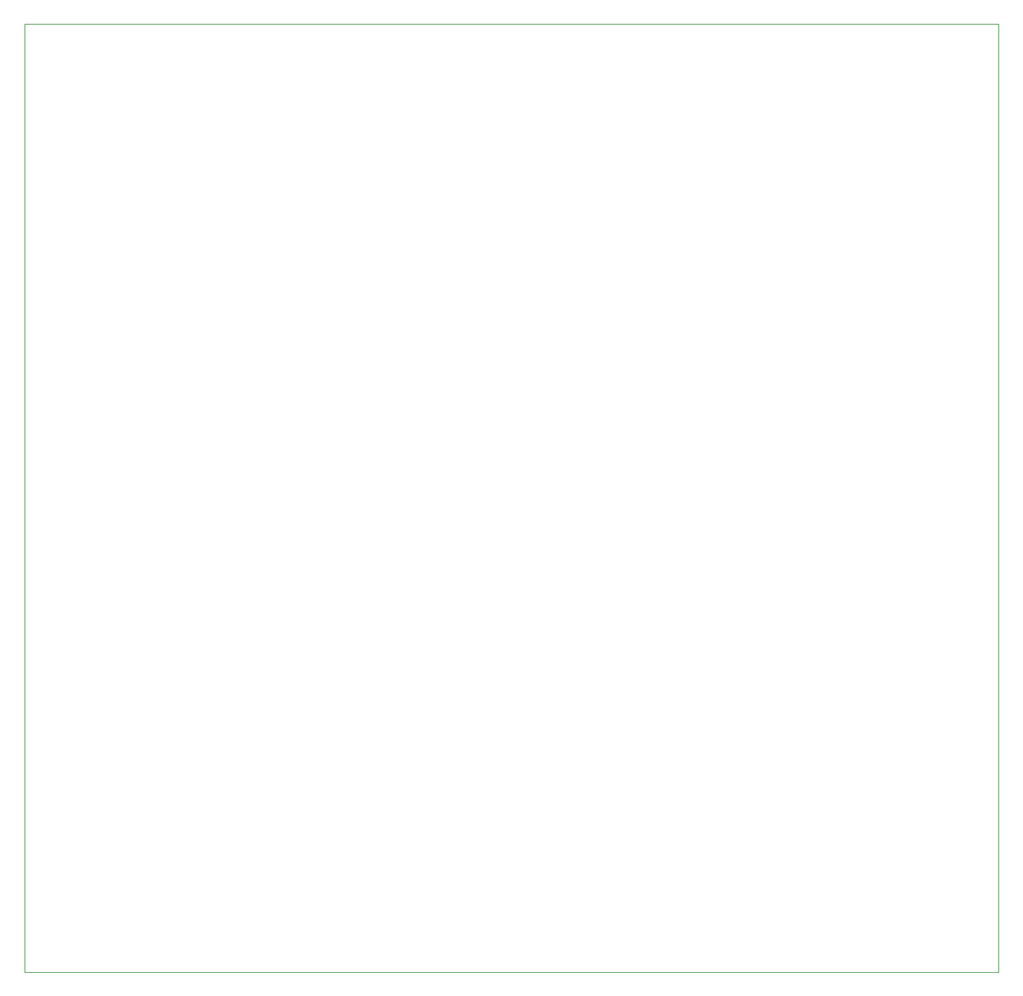
<source format=gbr>
%TF.GenerationSoftware,Altium Limited,Altium Designer,25.2.1 (25)*%
G04 Layer_Color=0*
%FSLAX45Y45*%
%MOMM*%
%TF.SameCoordinates,EF3F7739-EB0C-4DF3-8AA3-BEF7F1336093*%
%TF.FilePolarity,Positive*%
%TF.FileFunction,Profile,NP*%
%TF.Part,Single*%
G01*
G75*
%TA.AperFunction,Profile*%
%ADD128C,0.02540*%
D128*
X-6109Y0D02*
X12079999D01*
X12080000Y11760000D01*
X-6036Y11760000D01*
X-6109Y0D01*
%TF.MD5,36c6dee48899774b49c79a9a47787e6a*%
M02*

</source>
